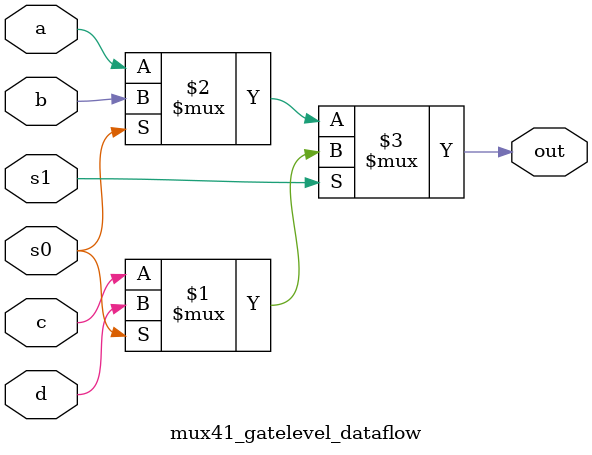
<source format=v>
`timescale 1ns / 1ps


module mux41_gatelevel_dataflow(input a, 
input b, 
input c, 
input d, 
input s0, s1,
output out );
assign out = s1 ? (s0 ? d : c) : (s0 ? b : a); 
endmodule

</source>
